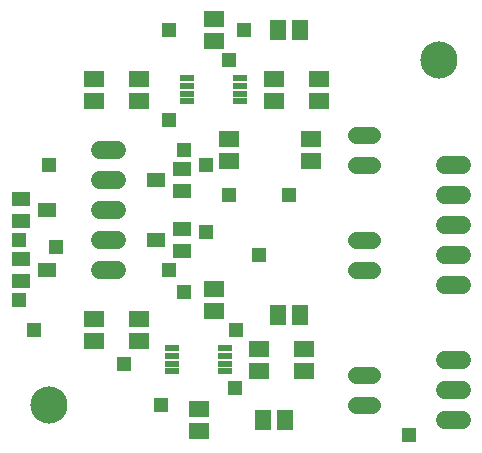
<source format=gts>
G75*
%MOIN*%
%OFA0B0*%
%FSLAX24Y24*%
%IPPOS*%
%LPD*%
%AMOC8*
5,1,8,0,0,1.08239X$1,22.5*
%
%ADD10R,0.0650X0.0571*%
%ADD11C,0.1240*%
%ADD12C,0.0577*%
%ADD13R,0.0571X0.0650*%
%ADD14R,0.0453X0.0217*%
%ADD15C,0.0610*%
%ADD16R,0.0610X0.0453*%
%ADD17R,0.0484X0.0484*%
D10*
X003650Y004276D03*
X003650Y005024D03*
X005150Y005024D03*
X005150Y004276D03*
X007650Y005276D03*
X007650Y006024D03*
X009150Y004024D03*
X009150Y003276D03*
X010650Y003276D03*
X010650Y004024D03*
X007150Y002024D03*
X007150Y001276D03*
X008150Y010276D03*
X008150Y011024D03*
X009650Y012276D03*
X009650Y013024D03*
X011150Y013024D03*
X011150Y012276D03*
X010900Y011024D03*
X010900Y010276D03*
X007650Y014276D03*
X007650Y015024D03*
X005150Y013024D03*
X005150Y012276D03*
X003650Y012276D03*
X003650Y013024D03*
D11*
X002150Y002150D03*
X015150Y013650D03*
D12*
X012909Y011150D02*
X012391Y011150D01*
X012391Y010150D02*
X012909Y010150D01*
X012909Y007650D02*
X012391Y007650D01*
X012391Y006650D02*
X012909Y006650D01*
X012909Y003150D02*
X012391Y003150D01*
X012391Y002150D02*
X012909Y002150D01*
D13*
X010024Y001650D03*
X009276Y001650D03*
X009776Y005150D03*
X010524Y005150D03*
X010524Y014650D03*
X009776Y014650D03*
D14*
X008541Y013034D03*
X008541Y012778D03*
X008541Y012522D03*
X008541Y012267D03*
X006759Y012267D03*
X006759Y012522D03*
X006759Y012778D03*
X006759Y013034D03*
X006259Y004034D03*
X006259Y003778D03*
X006259Y003522D03*
X006259Y003267D03*
X008041Y003267D03*
X008041Y003522D03*
X008041Y003778D03*
X008041Y004034D03*
D15*
X004426Y006650D02*
X003874Y006650D01*
X003874Y007650D02*
X004426Y007650D01*
X004426Y008650D02*
X003874Y008650D01*
X003874Y009650D02*
X004426Y009650D01*
X004426Y010650D02*
X003874Y010650D01*
X015374Y010150D02*
X015926Y010150D01*
X015926Y009150D02*
X015374Y009150D01*
X015374Y008150D02*
X015926Y008150D01*
X015926Y007150D02*
X015374Y007150D01*
X015374Y006150D02*
X015926Y006150D01*
X015926Y003650D02*
X015374Y003650D01*
X015374Y002650D02*
X015926Y002650D01*
X015926Y001650D02*
X015374Y001650D01*
D16*
X006583Y007276D03*
X006583Y008024D03*
X005717Y007650D03*
X006583Y009276D03*
X005717Y009650D03*
X006583Y010024D03*
X002083Y008650D03*
X001217Y008276D03*
X001217Y009024D03*
X001217Y007024D03*
X001217Y006276D03*
X002083Y006650D03*
D17*
X002400Y007400D03*
X001150Y007650D03*
X001150Y005650D03*
X001650Y004650D03*
X004650Y003520D03*
X005900Y002150D03*
X008350Y002700D03*
X008400Y004650D03*
X006650Y005900D03*
X006150Y006650D03*
X007400Y007900D03*
X008150Y009150D03*
X007400Y010150D03*
X006650Y010650D03*
X006150Y011650D03*
X008150Y013650D03*
X008650Y014650D03*
X006150Y014650D03*
X002150Y010150D03*
X009150Y007150D03*
X010150Y009150D03*
X014150Y001150D03*
M02*

</source>
